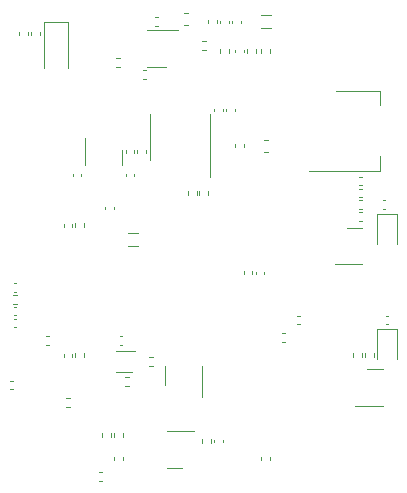
<source format=gbr>
%TF.GenerationSoftware,KiCad,Pcbnew,(6.0.7)*%
%TF.CreationDate,2022-09-21T17:53:50+02:00*%
%TF.ProjectId,CANpaca-EB-schematics,43414e70-6163-4612-9d45-422d73636865,rev?*%
%TF.SameCoordinates,Original*%
%TF.FileFunction,Legend,Bot*%
%TF.FilePolarity,Positive*%
%FSLAX46Y46*%
G04 Gerber Fmt 4.6, Leading zero omitted, Abs format (unit mm)*
G04 Created by KiCad (PCBNEW (6.0.7)) date 2022-09-21 17:53:50*
%MOMM*%
%LPD*%
G01*
G04 APERTURE LIST*
%ADD10C,0.120000*%
G04 APERTURE END LIST*
D10*
%TO.C,C32*%
X98390000Y-38107836D02*
X98390000Y-37892164D01*
X99110000Y-38107836D02*
X99110000Y-37892164D01*
%TO.C,C31*%
X108892164Y-50360000D02*
X109107836Y-50360000D01*
X108892164Y-49640000D02*
X109107836Y-49640000D01*
%TO.C,R5*%
X108846359Y-51380000D02*
X109153641Y-51380000D01*
X108846359Y-50620000D02*
X109153641Y-50620000D01*
%TO.C,C2*%
X89860000Y-46392164D02*
X89860000Y-46607836D01*
X89140000Y-46392164D02*
X89140000Y-46607836D01*
%TO.C,C25*%
X91642164Y-35860000D02*
X91857836Y-35860000D01*
X91642164Y-35140000D02*
X91857836Y-35140000D01*
%TO.C,R37*%
X87880000Y-70653641D02*
X87880000Y-70346359D01*
X87120000Y-70653641D02*
X87120000Y-70346359D01*
%TO.C,L2*%
X100600378Y-36060000D02*
X101399622Y-36060000D01*
X100600378Y-34940000D02*
X101399622Y-34940000D01*
%TO.C,D1*%
X110400000Y-61500000D02*
X112100000Y-61500000D01*
X110400000Y-61500000D02*
X110400000Y-64050000D01*
X112100000Y-61500000D02*
X112100000Y-64050000D01*
%TO.C,C4*%
X85360000Y-48587836D02*
X85360000Y-48372164D01*
X84640000Y-48587836D02*
X84640000Y-48372164D01*
%TO.C,C43*%
X99860000Y-56857836D02*
X99860000Y-56642164D01*
X99140000Y-56857836D02*
X99140000Y-56642164D01*
%TO.C,C33*%
X108912164Y-49360000D02*
X109127836Y-49360000D01*
X108912164Y-48640000D02*
X109127836Y-48640000D01*
%TO.C,R20*%
X95903641Y-37880000D02*
X95596359Y-37880000D01*
X95903641Y-37120000D02*
X95596359Y-37120000D01*
%TO.C,C3*%
X89860000Y-48372164D02*
X89860000Y-48587836D01*
X89140000Y-48372164D02*
X89140000Y-48587836D01*
%TO.C,R38*%
X88880000Y-70653641D02*
X88880000Y-70346359D01*
X88120000Y-70653641D02*
X88120000Y-70346359D01*
%TO.C,C21*%
X80140000Y-36627836D02*
X80140000Y-36412164D01*
X80860000Y-36627836D02*
X80860000Y-36412164D01*
%TO.C,U5*%
X110660000Y-48160000D02*
X110660000Y-46900000D01*
X106900000Y-41340000D02*
X110660000Y-41340000D01*
X110660000Y-41340000D02*
X110660000Y-42600000D01*
X104650000Y-48160000D02*
X110660000Y-48160000D01*
%TO.C,R12*%
X85630000Y-52596359D02*
X85630000Y-52903641D01*
X84870000Y-52596359D02*
X84870000Y-52903641D01*
%TO.C,U2*%
X89900000Y-63350000D02*
X88350000Y-63350000D01*
X88350000Y-65150000D02*
X89650000Y-65150000D01*
%TO.C,L1*%
X94087221Y-34740000D02*
X94412779Y-34740000D01*
X94087221Y-35760000D02*
X94412779Y-35760000D01*
%TO.C,U4*%
X91750000Y-36190000D02*
X90950000Y-36190000D01*
X91750000Y-39310000D02*
X92550000Y-39310000D01*
X91750000Y-36190000D02*
X93550000Y-36190000D01*
X91750000Y-39310000D02*
X90950000Y-39310000D01*
%TO.C,R1*%
X109130000Y-63586359D02*
X109130000Y-63893641D01*
X108370000Y-63586359D02*
X108370000Y-63893641D01*
%TO.C,L4*%
X100837221Y-46510000D02*
X101162779Y-46510000D01*
X100837221Y-45490000D02*
X101162779Y-45490000D01*
%TO.C,C30*%
X98140000Y-35627836D02*
X98140000Y-35412164D01*
X98860000Y-35627836D02*
X98860000Y-35412164D01*
%TO.C,R14*%
X88653641Y-38620000D02*
X88346359Y-38620000D01*
X88653641Y-39380000D02*
X88346359Y-39380000D01*
%TO.C,C7*%
X79642164Y-61360000D02*
X79857836Y-61360000D01*
X79642164Y-60640000D02*
X79857836Y-60640000D01*
%TO.C,D7*%
X93250000Y-70190000D02*
X94925000Y-70190000D01*
X93250000Y-73310000D02*
X93900000Y-73310000D01*
X93250000Y-70190000D02*
X92600000Y-70190000D01*
X93250000Y-73310000D02*
X92600000Y-73310000D01*
%TO.C,R4*%
X102346359Y-62630000D02*
X102653641Y-62630000D01*
X102346359Y-61870000D02*
X102653641Y-61870000D01*
%TO.C,C27*%
X97360000Y-42892164D02*
X97360000Y-43107836D01*
X96640000Y-42892164D02*
X96640000Y-43107836D01*
%TO.C,R36*%
X88120000Y-72653641D02*
X88120000Y-72346359D01*
X88880000Y-72653641D02*
X88880000Y-72346359D01*
%TO.C,L3*%
X90149622Y-54540000D02*
X89350378Y-54540000D01*
X90149622Y-53420000D02*
X89350378Y-53420000D01*
%TO.C,C5*%
X111357836Y-60390000D02*
X111142164Y-60390000D01*
X111357836Y-61110000D02*
X111142164Y-61110000D01*
%TO.C,D2*%
X85690000Y-47000000D02*
X85690000Y-45325000D01*
X88810000Y-47000000D02*
X88810000Y-46350000D01*
X85690000Y-47000000D02*
X85690000Y-47650000D01*
X88810000Y-47000000D02*
X88810000Y-47650000D01*
%TO.C,R19*%
X100130000Y-38153641D02*
X100130000Y-37846359D01*
X99370000Y-38153641D02*
X99370000Y-37846359D01*
%TO.C,C51*%
X103662164Y-61110000D02*
X103877836Y-61110000D01*
X103662164Y-60390000D02*
X103877836Y-60390000D01*
%TO.C,R17*%
X97880000Y-38153641D02*
X97880000Y-37846359D01*
X97120000Y-38153641D02*
X97120000Y-37846359D01*
%TO.C,D3*%
X110400000Y-51750000D02*
X110400000Y-54300000D01*
X112100000Y-51750000D02*
X112100000Y-54300000D01*
X110400000Y-51750000D02*
X112100000Y-51750000D01*
%TO.C,R3*%
X90880000Y-46346359D02*
X90880000Y-46653641D01*
X90120000Y-46346359D02*
X90120000Y-46653641D01*
%TO.C,C1*%
X87390000Y-51162164D02*
X87390000Y-51377836D01*
X88110000Y-51162164D02*
X88110000Y-51377836D01*
%TO.C,C36*%
X100140000Y-56877836D02*
X100140000Y-56662164D01*
X100860000Y-56877836D02*
X100860000Y-56662164D01*
%TO.C,D4*%
X82250000Y-35500000D02*
X82250000Y-39400000D01*
X82250000Y-35500000D02*
X84250000Y-35500000D01*
X84250000Y-35500000D02*
X84250000Y-39400000D01*
%TO.C,Q1*%
X110250000Y-68060000D02*
X110900000Y-68060000D01*
X110250000Y-64940000D02*
X110900000Y-64940000D01*
X110250000Y-64940000D02*
X109600000Y-64940000D01*
X110250000Y-68060000D02*
X108575000Y-68060000D01*
%TO.C,R10*%
X84086359Y-68130000D02*
X84393641Y-68130000D01*
X84086359Y-67370000D02*
X84393641Y-67370000D01*
%TO.C,C10*%
X79642164Y-59640000D02*
X79857836Y-59640000D01*
X79642164Y-60360000D02*
X79857836Y-60360000D01*
%TO.C,R13*%
X100620000Y-37856359D02*
X100620000Y-38163641D01*
X101380000Y-37856359D02*
X101380000Y-38163641D01*
%TO.C,C14*%
X82627836Y-62860000D02*
X82412164Y-62860000D01*
X82627836Y-62140000D02*
X82412164Y-62140000D01*
%TO.C,R16*%
X96130000Y-50153641D02*
X96130000Y-49846359D01*
X95370000Y-50153641D02*
X95370000Y-49846359D01*
%TO.C,R2*%
X109370000Y-63903641D02*
X109370000Y-63596359D01*
X110130000Y-63903641D02*
X110130000Y-63596359D01*
%TO.C,R9*%
X89403641Y-66380000D02*
X89096359Y-66380000D01*
X89403641Y-65620000D02*
X89096359Y-65620000D01*
%TO.C,C11*%
X79857836Y-57640000D02*
X79642164Y-57640000D01*
X79857836Y-58360000D02*
X79642164Y-58360000D01*
%TO.C,C16*%
X83890000Y-63642164D02*
X83890000Y-63857836D01*
X84610000Y-63642164D02*
X84610000Y-63857836D01*
%TO.C,U6*%
X96310000Y-45250000D02*
X96310000Y-48700000D01*
X91190000Y-45250000D02*
X91190000Y-47200000D01*
X91190000Y-45250000D02*
X91190000Y-43300000D01*
X96310000Y-45250000D02*
X96310000Y-43300000D01*
%TO.C,C23*%
X90622164Y-40360000D02*
X90837836Y-40360000D01*
X90622164Y-39640000D02*
X90837836Y-39640000D01*
%TO.C,C28*%
X97140000Y-35627836D02*
X97140000Y-35412164D01*
X97860000Y-35627836D02*
X97860000Y-35412164D01*
%TO.C,C18*%
X87107836Y-73640000D02*
X86892164Y-73640000D01*
X87107836Y-74360000D02*
X86892164Y-74360000D01*
%TO.C,C26*%
X96860000Y-35607836D02*
X96860000Y-35392164D01*
X96140000Y-35607836D02*
X96140000Y-35392164D01*
%TO.C,C29*%
X98360000Y-43107836D02*
X98360000Y-42892164D01*
X97640000Y-43107836D02*
X97640000Y-42892164D01*
%TO.C,R11*%
X84870000Y-63903641D02*
X84870000Y-63596359D01*
X85630000Y-63903641D02*
X85630000Y-63596359D01*
%TO.C,C15*%
X110912164Y-50640000D02*
X111127836Y-50640000D01*
X110912164Y-51360000D02*
X111127836Y-51360000D01*
%TO.C,R8*%
X79903641Y-58620000D02*
X79596359Y-58620000D01*
X79903641Y-59380000D02*
X79596359Y-59380000D01*
%TO.C,C17*%
X84610000Y-52857836D02*
X84610000Y-52642164D01*
X83890000Y-52857836D02*
X83890000Y-52642164D01*
%TO.C,R15*%
X95130000Y-50153641D02*
X95130000Y-49846359D01*
X94370000Y-50153641D02*
X94370000Y-49846359D01*
%TO.C,R33*%
X96380000Y-70846359D02*
X96380000Y-71153641D01*
X95620000Y-70846359D02*
X95620000Y-71153641D01*
%TO.C,R7*%
X91403641Y-63870000D02*
X91096359Y-63870000D01*
X91403641Y-64630000D02*
X91096359Y-64630000D01*
%TO.C,C37*%
X99110000Y-45892164D02*
X99110000Y-46107836D01*
X98390000Y-45892164D02*
X98390000Y-46107836D01*
%TO.C,R30*%
X101380000Y-72653641D02*
X101380000Y-72346359D01*
X100620000Y-72653641D02*
X100620000Y-72346359D01*
%TO.C,C52*%
X97360000Y-70892164D02*
X97360000Y-71107836D01*
X96640000Y-70892164D02*
X96640000Y-71107836D01*
%TO.C,C50*%
X79587836Y-65890000D02*
X79372164Y-65890000D01*
X79587836Y-66610000D02*
X79372164Y-66610000D01*
%TO.C,U9*%
X95560000Y-65500000D02*
X95560000Y-67300000D01*
X92440000Y-65500000D02*
X92440000Y-66300000D01*
X95560000Y-65500000D02*
X95560000Y-64700000D01*
X92440000Y-65500000D02*
X92440000Y-64700000D01*
%TO.C,C19*%
X81140000Y-36607836D02*
X81140000Y-36392164D01*
X81860000Y-36607836D02*
X81860000Y-36392164D01*
%TO.C,R6*%
X109153641Y-52380000D02*
X108846359Y-52380000D01*
X109153641Y-51620000D02*
X108846359Y-51620000D01*
%TO.C,C9*%
X88837836Y-62860000D02*
X88622164Y-62860000D01*
X88837836Y-62140000D02*
X88622164Y-62140000D01*
%TO.C,Q2*%
X108500000Y-56060000D02*
X106825000Y-56060000D01*
X108500000Y-56060000D02*
X109150000Y-56060000D01*
X108500000Y-52940000D02*
X107850000Y-52940000D01*
X108500000Y-52940000D02*
X109150000Y-52940000D01*
%TD*%
M02*

</source>
